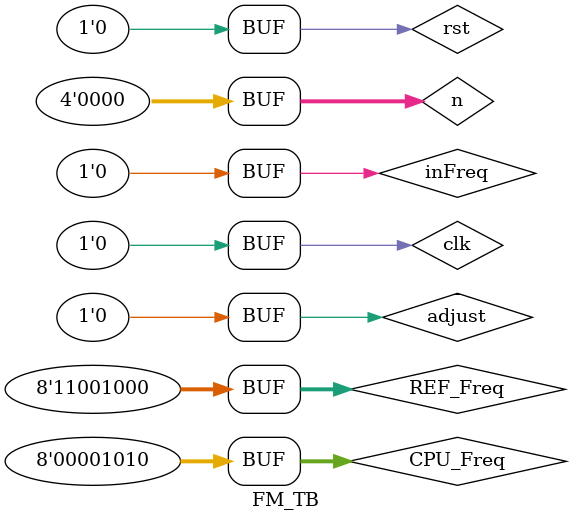
<source format=sv>
`timescale 1ps/1ps;
module FM_TB;
    reg clk, rst, adjust, inFreq;
    reg [3:0] n;
    reg [7:0] CPU_Freq;
    reg [7:0] REF_Freq;
    wire valid, tff_out;
    wire [7:0] k;
    FM UUT(clk, inFreq, rst, adjust, n, valid, tff_out, k);
    
    initial begin
      n = 4'd0;
      REF_Freq = 8'd200;
      CPU_Freq = 8'd10; 
      #10 rst = 1;   
      #50 rst = 0;    
      #50 adjust = 1;
      #10 clk = 1;   
      #10 clk = 0; 
      #10 adjust = 0;
      inFreq = 0; 
      repeat(5000) begin 
        #(500000 / REF_Freq); clk = ~clk;
        #(500000 / CPU_Freq); inFreq = ~inFreq;
      end 
    end
    
endmodule

</source>
